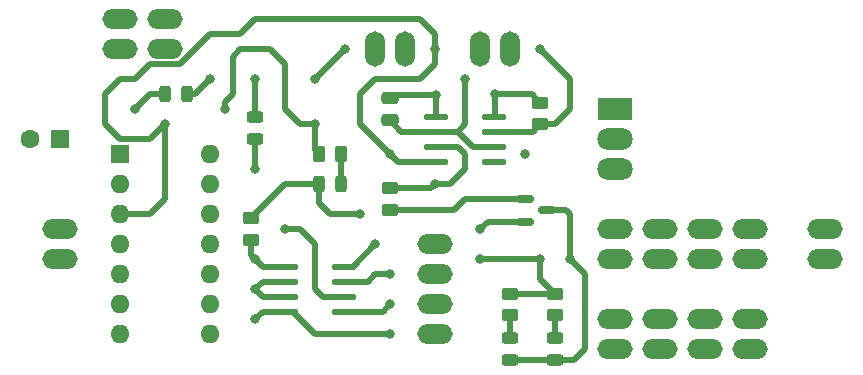
<source format=gbr>
G04 #@! TF.GenerationSoftware,KiCad,Pcbnew,7.0.2-6a45011f42~172~ubuntu22.04.1*
G04 #@! TF.CreationDate,2023-04-26T13:29:52-05:00*
G04 #@! TF.ProjectId,laser,6c617365-722e-46b6-9963-61645f706362,rev?*
G04 #@! TF.SameCoordinates,PXc1c960PY791ddc0*
G04 #@! TF.FileFunction,Copper,L1,Top*
G04 #@! TF.FilePolarity,Positive*
%FSLAX46Y46*%
G04 Gerber Fmt 4.6, Leading zero omitted, Abs format (unit mm)*
G04 Created by KiCad (PCBNEW 7.0.2-6a45011f42~172~ubuntu22.04.1) date 2023-04-26 13:29:52*
%MOMM*%
%LPD*%
G01*
G04 APERTURE LIST*
G04 Aperture macros list*
%AMRoundRect*
0 Rectangle with rounded corners*
0 $1 Rounding radius*
0 $2 $3 $4 $5 $6 $7 $8 $9 X,Y pos of 4 corners*
0 Add a 4 corners polygon primitive as box body*
4,1,4,$2,$3,$4,$5,$6,$7,$8,$9,$2,$3,0*
0 Add four circle primitives for the rounded corners*
1,1,$1+$1,$2,$3*
1,1,$1+$1,$4,$5*
1,1,$1+$1,$6,$7*
1,1,$1+$1,$8,$9*
0 Add four rect primitives between the rounded corners*
20,1,$1+$1,$2,$3,$4,$5,0*
20,1,$1+$1,$4,$5,$6,$7,0*
20,1,$1+$1,$6,$7,$8,$9,0*
20,1,$1+$1,$8,$9,$2,$3,0*%
G04 Aperture macros list end*
G04 #@! TA.AperFunction,SMDPad,CuDef*
%ADD10RoundRect,0.243750X0.456250X-0.243750X0.456250X0.243750X-0.456250X0.243750X-0.456250X-0.243750X0*%
G04 #@! TD*
G04 #@! TA.AperFunction,ComponentPad*
%ADD11O,3.000000X1.700000*%
G04 #@! TD*
G04 #@! TA.AperFunction,SMDPad,CuDef*
%ADD12RoundRect,0.250000X-0.450000X0.262500X-0.450000X-0.262500X0.450000X-0.262500X0.450000X0.262500X0*%
G04 #@! TD*
G04 #@! TA.AperFunction,SMDPad,CuDef*
%ADD13RoundRect,0.250000X0.475000X-0.250000X0.475000X0.250000X-0.475000X0.250000X-0.475000X-0.250000X0*%
G04 #@! TD*
G04 #@! TA.AperFunction,SMDPad,CuDef*
%ADD14RoundRect,0.250000X0.450000X-0.262500X0.450000X0.262500X-0.450000X0.262500X-0.450000X-0.262500X0*%
G04 #@! TD*
G04 #@! TA.AperFunction,SMDPad,CuDef*
%ADD15RoundRect,0.243750X-0.243750X-0.456250X0.243750X-0.456250X0.243750X0.456250X-0.243750X0.456250X0*%
G04 #@! TD*
G04 #@! TA.AperFunction,SMDPad,CuDef*
%ADD16RoundRect,0.127000X-0.848000X-0.127000X0.848000X-0.127000X0.848000X0.127000X-0.848000X0.127000X0*%
G04 #@! TD*
G04 #@! TA.AperFunction,ComponentPad*
%ADD17R,1.600000X1.600000*%
G04 #@! TD*
G04 #@! TA.AperFunction,ComponentPad*
%ADD18C,1.600000*%
G04 #@! TD*
G04 #@! TA.AperFunction,ComponentPad*
%ADD19O,1.600000X1.600000*%
G04 #@! TD*
G04 #@! TA.AperFunction,SMDPad,CuDef*
%ADD20RoundRect,0.243750X0.243750X0.456250X-0.243750X0.456250X-0.243750X-0.456250X0.243750X-0.456250X0*%
G04 #@! TD*
G04 #@! TA.AperFunction,ComponentPad*
%ADD21R,3.000000X1.860000*%
G04 #@! TD*
G04 #@! TA.AperFunction,ComponentPad*
%ADD22O,3.000000X1.860000*%
G04 #@! TD*
G04 #@! TA.AperFunction,ComponentPad*
%ADD23O,1.700000X3.000000*%
G04 #@! TD*
G04 #@! TA.AperFunction,SMDPad,CuDef*
%ADD24RoundRect,0.250000X0.262500X0.450000X-0.262500X0.450000X-0.262500X-0.450000X0.262500X-0.450000X0*%
G04 #@! TD*
G04 #@! TA.AperFunction,SMDPad,CuDef*
%ADD25RoundRect,0.150000X-0.587500X-0.150000X0.587500X-0.150000X0.587500X0.150000X-0.587500X0.150000X0*%
G04 #@! TD*
G04 #@! TA.AperFunction,ViaPad*
%ADD26C,0.800000*%
G04 #@! TD*
G04 #@! TA.AperFunction,Conductor*
%ADD27C,0.508000*%
G04 #@! TD*
G04 APERTURE END LIST*
D10*
X22860000Y20320000D03*
X22860000Y22195000D03*
D11*
X53346690Y5080000D03*
X53346690Y2540000D03*
D12*
X22502500Y13612500D03*
X22502500Y11787500D03*
D13*
X34290000Y21910000D03*
X34290000Y23810000D03*
D14*
X44456690Y5412500D03*
X44456690Y7237500D03*
D11*
X6350000Y10160000D03*
X6350000Y12700000D03*
D15*
X28272500Y16510000D03*
X30147500Y16510000D03*
D16*
X25465000Y9525000D03*
X25465000Y8255000D03*
X25465000Y6985000D03*
X25465000Y5715000D03*
X30415000Y5715000D03*
X30415000Y6985000D03*
X30415000Y8255000D03*
X30415000Y9525000D03*
D11*
X71120000Y10160000D03*
X71120000Y12700000D03*
D17*
X6310000Y20320000D03*
D18*
X3810000Y20320000D03*
D16*
X38165000Y22225000D03*
X38165000Y20955000D03*
X38165000Y19685000D03*
X38165000Y18415000D03*
X43115000Y18415000D03*
X43115000Y19685000D03*
X43115000Y20955000D03*
X43115000Y22225000D03*
D11*
X11430000Y27940000D03*
X11430000Y30480000D03*
D14*
X34290000Y14327500D03*
X34290000Y16152500D03*
D11*
X15240000Y27940000D03*
X15240000Y30480000D03*
D10*
X44456690Y1602500D03*
X44456690Y3477500D03*
D17*
X11430000Y19050000D03*
D19*
X11430000Y16510000D03*
X11430000Y13970000D03*
X11430000Y11430000D03*
X11430000Y8890000D03*
X11430000Y6350000D03*
X11430000Y3810000D03*
X19050000Y3810000D03*
X19050000Y6350000D03*
X19050000Y8890000D03*
X19050000Y11430000D03*
X19050000Y13970000D03*
X19050000Y16510000D03*
X19050000Y19050000D03*
D20*
X17115000Y24130000D03*
X15240000Y24130000D03*
D11*
X64770000Y5087566D03*
X64770000Y2547566D03*
X57156690Y5080000D03*
X57156690Y2540000D03*
X53346690Y12700000D03*
X53346690Y10160000D03*
D12*
X46990000Y23415000D03*
X46990000Y21590000D03*
D11*
X64776690Y12700000D03*
X64776690Y10160000D03*
X38100000Y11430000D03*
X38100000Y8890000D03*
D21*
X53340000Y22860000D03*
D22*
X53340000Y20320000D03*
X53340000Y17780000D03*
D23*
X35560000Y27940000D03*
X33020000Y27940000D03*
D11*
X57156690Y12700000D03*
X57156690Y10160000D03*
D14*
X48266690Y5412500D03*
X48266690Y7237500D03*
D11*
X38100000Y6350000D03*
X38100000Y3810000D03*
X60966690Y5080000D03*
X60966690Y2540000D03*
D10*
X48266690Y1602500D03*
X48266690Y3477500D03*
D11*
X60966690Y12700000D03*
X60966690Y10160000D03*
D24*
X30122500Y19050000D03*
X28297500Y19050000D03*
D25*
X45726690Y15240000D03*
X45726690Y13340000D03*
X47601690Y14290000D03*
D23*
X44450000Y27940000D03*
X41910000Y27940000D03*
D26*
X38165000Y24065000D03*
X41916690Y12700000D03*
X19050000Y25400000D03*
X34290000Y8890000D03*
X31750000Y13970000D03*
X45720000Y19050000D03*
X27940000Y21590000D03*
X25400000Y12700000D03*
X20320000Y22860000D03*
X22860000Y7620000D03*
X12700000Y22860000D03*
X22860000Y25400000D03*
X22860000Y17780000D03*
X34290000Y3810000D03*
X22860000Y5080000D03*
X27940000Y25400000D03*
X22860000Y10160000D03*
X30480000Y27940000D03*
X41916690Y10160000D03*
X15240000Y21590000D03*
X43180000Y24130000D03*
X38100000Y27940000D03*
X46996690Y10160000D03*
X34290000Y19050000D03*
X34290000Y6350000D03*
X33020000Y11430000D03*
X40640000Y25400000D03*
X46990000Y27940000D03*
X49536690Y10160000D03*
X38100000Y16510000D03*
D27*
X32385000Y8255000D02*
X33020000Y8890000D01*
X33020000Y8890000D02*
X34290000Y8890000D01*
X28272500Y14907500D02*
X29210000Y13970000D01*
X30415000Y8255000D02*
X32385000Y8255000D01*
X41916690Y12700000D02*
X42556690Y13340000D01*
X17780000Y24130000D02*
X19050000Y25400000D01*
X38165000Y22225000D02*
X38165000Y24065000D01*
X29210000Y13970000D02*
X31750000Y13970000D01*
X38165000Y24065000D02*
X34545000Y24065000D01*
X34545000Y24065000D02*
X34290000Y23810000D01*
X22502500Y13612500D02*
X25400000Y16510000D01*
X25400000Y16510000D02*
X28272500Y16510000D01*
X28272500Y16510000D02*
X28272500Y14907500D01*
X42556690Y13340000D02*
X45726690Y13340000D01*
X17115000Y24130000D02*
X17780000Y24130000D01*
X26670000Y12700000D02*
X27940000Y11430000D01*
X25400000Y12700000D02*
X26670000Y12700000D01*
X20955000Y24130000D02*
X20320000Y23495000D01*
X28575000Y6985000D02*
X30415000Y6985000D01*
X27940000Y7620000D02*
X28575000Y6985000D01*
X20955000Y27305000D02*
X20955000Y24130000D01*
X27940000Y21590000D02*
X26670000Y21590000D01*
X26670000Y21590000D02*
X25400000Y22860000D01*
X20320000Y23495000D02*
X20320000Y22860000D01*
X27940000Y21590000D02*
X27940000Y19407500D01*
X27940000Y19407500D02*
X28297500Y19050000D01*
X24130000Y27940000D02*
X21590000Y27940000D01*
X25400000Y22860000D02*
X25400000Y26670000D01*
X27940000Y11430000D02*
X27940000Y7620000D01*
X25400000Y26670000D02*
X24130000Y27940000D01*
X21590000Y27940000D02*
X20955000Y27305000D01*
X25465000Y6985000D02*
X23495000Y6985000D01*
X25465000Y8255000D02*
X23495000Y8255000D01*
X23495000Y6985000D02*
X22860000Y7620000D01*
X23495000Y8255000D02*
X22860000Y7620000D01*
X13970000Y24130000D02*
X15240000Y24130000D01*
X12700000Y22860000D02*
X13970000Y24130000D01*
X30147500Y16510000D02*
X30147500Y19025000D01*
X30147500Y19025000D02*
X30122500Y19050000D01*
X22860000Y25400000D02*
X22860000Y22195000D01*
X22860000Y17780000D02*
X22860000Y20320000D01*
X34290000Y3810000D02*
X27940000Y3810000D01*
X23495000Y5715000D02*
X25465000Y5715000D01*
X22860000Y5080000D02*
X23495000Y5715000D01*
X27940000Y3810000D02*
X26035000Y5715000D01*
X26035000Y5715000D02*
X25465000Y5715000D01*
X22502500Y11787500D02*
X22502500Y10517500D01*
X23495000Y9525000D02*
X22860000Y10160000D01*
X25465000Y9525000D02*
X23495000Y9525000D01*
X30480000Y27940000D02*
X27940000Y25400000D01*
X22502500Y10517500D02*
X22860000Y10160000D01*
X38165000Y18415000D02*
X34925000Y18415000D01*
X43180000Y22290000D02*
X43115000Y22225000D01*
X13970000Y26670000D02*
X12700000Y25400000D01*
X46275000Y24130000D02*
X46990000Y23415000D01*
X36830000Y30480000D02*
X22860000Y30480000D01*
X33020000Y25400000D02*
X36830000Y25400000D01*
X43180000Y24130000D02*
X43180000Y22290000D01*
X16510000Y26670000D02*
X13970000Y26670000D01*
X38100000Y26670000D02*
X38100000Y27940000D01*
X13970000Y13970000D02*
X15240000Y15240000D01*
X36830000Y25400000D02*
X38100000Y26670000D01*
X19050000Y29210000D02*
X16510000Y26670000D01*
X31750000Y24130000D02*
X33020000Y25400000D01*
X11430000Y13970000D02*
X13970000Y13970000D01*
X44456690Y7237500D02*
X48266690Y7237500D01*
X48266690Y7237500D02*
X46996690Y8507500D01*
X15240000Y15240000D02*
X15240000Y21590000D01*
X46996690Y10160000D02*
X41916690Y10160000D01*
X10160000Y24130000D02*
X10160000Y21590000D01*
X21590000Y29210000D02*
X19050000Y29210000D01*
X46996690Y8507500D02*
X46996690Y10160000D01*
X11430000Y20320000D02*
X13970000Y20320000D01*
X22860000Y30480000D02*
X21590000Y29210000D01*
X34290000Y19050000D02*
X31750000Y21590000D01*
X11430000Y25400000D02*
X10160000Y24130000D01*
X10160000Y21590000D02*
X11430000Y20320000D01*
X34925000Y18415000D02*
X34290000Y19050000D01*
X38100000Y29210000D02*
X36830000Y30480000D01*
X31750000Y21590000D02*
X31750000Y24130000D01*
X43180000Y24130000D02*
X46275000Y24130000D01*
X12700000Y25400000D02*
X11430000Y25400000D01*
X38100000Y27940000D02*
X38100000Y29210000D01*
X13970000Y20320000D02*
X15240000Y21590000D01*
X33655000Y5715000D02*
X34290000Y6350000D01*
X30415000Y5715000D02*
X33655000Y5715000D01*
X31115000Y9525000D02*
X33020000Y11430000D01*
X30415000Y9525000D02*
X31115000Y9525000D01*
X40640000Y21590000D02*
X40005000Y20955000D01*
X40640000Y25400000D02*
X40640000Y21590000D01*
X40005000Y20955000D02*
X38165000Y20955000D01*
X41275000Y19685000D02*
X40005000Y20955000D01*
X35245000Y20955000D02*
X34290000Y21910000D01*
X38165000Y20955000D02*
X35245000Y20955000D01*
X43115000Y19685000D02*
X41275000Y19685000D01*
X46990000Y27940000D02*
X49530000Y25400000D01*
X49530000Y25400000D02*
X49530000Y22860000D01*
X43115000Y20955000D02*
X46355000Y20955000D01*
X48260000Y21590000D02*
X46990000Y21590000D01*
X46355000Y20955000D02*
X46990000Y21590000D01*
X49530000Y22860000D02*
X48260000Y21590000D01*
X50806690Y2540000D02*
X49869190Y1602500D01*
X48266690Y1602500D02*
X44456690Y1602500D01*
X49536690Y13970000D02*
X49536690Y10160000D01*
X50806690Y8890000D02*
X50806690Y2540000D01*
X49536690Y10160000D02*
X50806690Y8890000D01*
X47601690Y14290000D02*
X49216690Y14290000D01*
X49216690Y14290000D02*
X49536690Y13970000D01*
X49869190Y1602500D02*
X48266690Y1602500D01*
X34290000Y14327500D02*
X39727500Y14327500D01*
X39727500Y14327500D02*
X40640000Y15240000D01*
X40640000Y15240000D02*
X45726690Y15240000D01*
X38100000Y16510000D02*
X39370000Y16510000D01*
X40005000Y19685000D02*
X38165000Y19685000D01*
X40640000Y17780000D02*
X40640000Y19050000D01*
X40640000Y17780000D02*
X39370000Y16510000D01*
X40640000Y19050000D02*
X40005000Y19685000D01*
X34290000Y16152500D02*
X37742500Y16152500D01*
X37742500Y16152500D02*
X38100000Y16510000D01*
X48266690Y5412500D02*
X48266690Y3477500D01*
X44456690Y3477500D02*
X44456690Y5412500D01*
M02*

</source>
